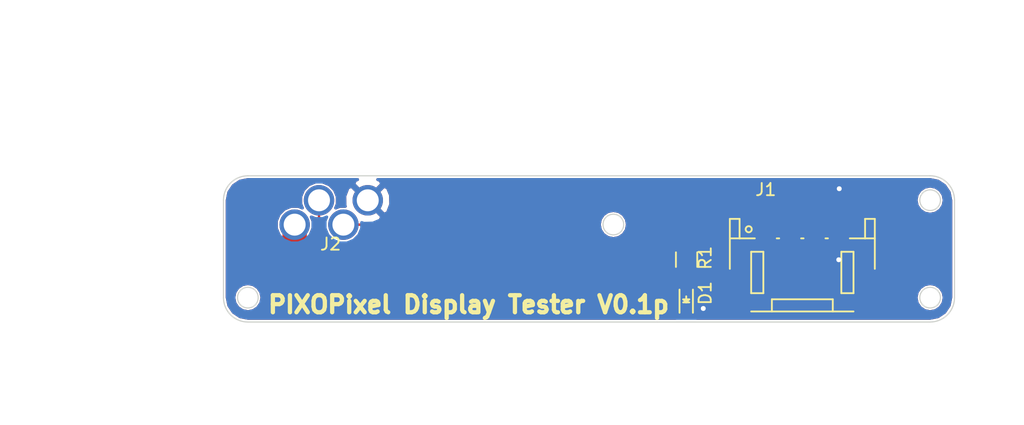
<source format=kicad_pcb>
(kicad_pcb (version 4) (host pcbnew 4.0.7)

  (general
    (links 7)
    (no_connects 0)
    (area 97.691258 82.75 181.960001 117.660001)
    (thickness 1.6)
    (drawings 23)
    (tracks 33)
    (zones 0)
    (modules 4)
    (nets 6)
  )

  (page A4)
  (layers
    (0 F.Cu signal)
    (31 B.Cu signal)
    (32 B.Adhes user)
    (33 F.Adhes user)
    (34 B.Paste user)
    (35 F.Paste user)
    (36 B.SilkS user)
    (37 F.SilkS user)
    (38 B.Mask user)
    (39 F.Mask user)
    (40 Dwgs.User user)
    (41 Cmts.User user)
    (42 Eco1.User user)
    (43 Eco2.User user)
    (44 Edge.Cuts user)
    (45 Margin user)
    (46 B.CrtYd user)
    (47 F.CrtYd user)
    (48 B.Fab user)
    (49 F.Fab user)
  )

  (setup
    (last_trace_width 0.25)
    (user_trace_width 0.2)
    (user_trace_width 0.3)
    (user_trace_width 0.4)
    (user_trace_width 0.5)
    (user_trace_width 0.6)
    (user_trace_width 0.8)
    (user_trace_width 1)
    (user_trace_width 2)
    (trace_clearance 0.13)
    (zone_clearance 0.13)
    (zone_45_only no)
    (trace_min 0.13)
    (segment_width 0.15)
    (edge_width 0.15)
    (via_size 0.6)
    (via_drill 0.4)
    (via_min_size 0.4)
    (via_min_drill 0.3)
    (user_via 0.6 0.3)
    (uvia_size 0.3)
    (uvia_drill 0.1)
    (uvias_allowed no)
    (uvia_min_size 0.2)
    (uvia_min_drill 0.1)
    (pcb_text_width 0.3)
    (pcb_text_size 1.5 1.5)
    (mod_edge_width 0.15)
    (mod_text_size 1 1)
    (mod_text_width 0.15)
    (pad_size 2.5 2.5)
    (pad_drill 1.8)
    (pad_to_mask_clearance 0.2)
    (aux_axis_origin 0 0)
    (visible_elements 7FFFFFFF)
    (pcbplotparams
      (layerselection 0x010f0_80000001)
      (usegerberextensions false)
      (excludeedgelayer true)
      (linewidth 0.100000)
      (plotframeref false)
      (viasonmask false)
      (mode 1)
      (useauxorigin false)
      (hpglpennumber 1)
      (hpglpenspeed 20)
      (hpglpendiameter 15)
      (hpglpenoverlay 2)
      (psnegative false)
      (psa4output false)
      (plotreference true)
      (plotvalue true)
      (plotinvisibletext false)
      (padsonsilk false)
      (subtractmaskfromsilk false)
      (outputformat 1)
      (mirror false)
      (drillshape 0)
      (scaleselection 1)
      (outputdirectory gerbs/))
  )

  (net 0 "")
  (net 1 "Net-(D1-Pad2)")
  (net 2 GND)
  (net 3 +5V)
  (net 4 CKS)
  (net 5 SDS)

  (net_class Default "This is the default net class."
    (clearance 0.13)
    (trace_width 0.25)
    (via_dia 0.6)
    (via_drill 0.4)
    (uvia_dia 0.3)
    (uvia_drill 0.1)
    (add_net +5V)
    (add_net CKS)
    (add_net GND)
    (add_net "Net-(D1-Pad2)")
    (add_net SDS)
  )

  (module LEDs:LED-0603 (layer F.Cu) (tedit 5AC3A212) (tstamp 5AC3A130)
    (at 154.23 107.32 90)
    (descr "LED 0603 smd package")
    (tags "LED led 0603 SMD smd SMT smt smdled SMDLED smtled SMTLED")
    (path /5AC3D0A8)
    (attr smd)
    (fp_text reference D1 (at 0.51 1.56 90) (layer F.SilkS)
      (effects (font (size 1 1) (thickness 0.15)))
    )
    (fp_text value LED (at 0 1.5 180) (layer F.Fab) hide
      (effects (font (size 1 1) (thickness 0.15)))
    )
    (fp_line (start -1.1 0.55) (end 0.8 0.55) (layer F.SilkS) (width 0.15))
    (fp_line (start -1.1 -0.55) (end 0.8 -0.55) (layer F.SilkS) (width 0.15))
    (fp_line (start -0.2 0) (end 0.25 0) (layer F.SilkS) (width 0.15))
    (fp_line (start -0.25 -0.25) (end -0.25 0.25) (layer F.SilkS) (width 0.15))
    (fp_line (start -0.25 0) (end 0 -0.25) (layer F.SilkS) (width 0.15))
    (fp_line (start 0 -0.25) (end 0 0.25) (layer F.SilkS) (width 0.15))
    (fp_line (start 0 0.25) (end -0.25 0) (layer F.SilkS) (width 0.15))
    (fp_line (start 1.4 -0.75) (end 1.4 0.75) (layer F.CrtYd) (width 0.05))
    (fp_line (start 1.4 0.75) (end -1.4 0.75) (layer F.CrtYd) (width 0.05))
    (fp_line (start -1.4 0.75) (end -1.4 -0.75) (layer F.CrtYd) (width 0.05))
    (fp_line (start -1.4 -0.75) (end 1.4 -0.75) (layer F.CrtYd) (width 0.05))
    (pad 2 smd rect (at 0.7493 0 270) (size 0.79756 0.79756) (layers F.Cu F.Paste F.Mask)
      (net 1 "Net-(D1-Pad2)"))
    (pad 1 smd rect (at -0.7493 0 270) (size 0.79756 0.79756) (layers F.Cu F.Paste F.Mask)
      (net 2 GND))
  )

  (module Connectors_JST_PH:Connectors_JST_S4B-PH-SM4-TB (layer F.Cu) (tedit 5AC3A438) (tstamp 5AC3A13A)
    (at 163.76 104.09)
    (descr "JST PH series connector, S4B-PH-SM4-TB")
    (tags "connector jst ph")
    (path /5AC3CE06)
    (attr smd)
    (fp_text reference J1 (at -3 -5.775) (layer F.SilkS)
      (effects (font (size 1 1) (thickness 0.15)))
    )
    (fp_text value Conn_01x04 (at 0 5.725) (layer F.Fab) hide
      (effects (font (size 1 1) (thickness 0.15)))
    )
    (fp_circle (center -4.4 -2.525) (end -4.15 -2.525) (layer F.SilkS) (width 0.15))
    (fp_line (start -2.5 4.225) (end -2.5 3.225) (layer F.SilkS) (width 0.15))
    (fp_line (start -2.5 3.225) (end 2.5 3.225) (layer F.SilkS) (width 0.15))
    (fp_line (start 2.5 3.225) (end 2.5 4.225) (layer F.SilkS) (width 0.15))
    (fp_line (start -3.9 -1.775) (end -5.15 -1.775) (layer F.SilkS) (width 0.15))
    (fp_line (start -5.15 -1.775) (end -5.15 -3.375) (layer F.SilkS) (width 0.15))
    (fp_line (start -5.15 -3.375) (end -5.95 -3.375) (layer F.SilkS) (width 0.15))
    (fp_line (start -5.95 -3.375) (end -5.95 0.725) (layer F.SilkS) (width 0.15))
    (fp_line (start -5.15 -1.775) (end -5.95 -1.775) (layer F.SilkS) (width 0.15))
    (fp_line (start 3.9 -1.775) (end 5.15 -1.775) (layer F.SilkS) (width 0.15))
    (fp_line (start 5.15 -1.775) (end 5.15 -3.375) (layer F.SilkS) (width 0.15))
    (fp_line (start 5.15 -3.375) (end 5.95 -3.375) (layer F.SilkS) (width 0.15))
    (fp_line (start 5.95 -3.375) (end 5.95 0.725) (layer F.SilkS) (width 0.15))
    (fp_line (start 5.15 -1.775) (end 5.95 -1.775) (layer F.SilkS) (width 0.15))
    (fp_line (start -4.2 4.225) (end 4.2 4.225) (layer F.SilkS) (width 0.15))
    (fp_line (start -4.2 -0.675) (end -4.2 2.725) (layer F.SilkS) (width 0.15))
    (fp_line (start -4.2 2.725) (end -3.2 2.725) (layer F.SilkS) (width 0.15))
    (fp_line (start -3.2 2.725) (end -3.2 -0.675) (layer F.SilkS) (width 0.15))
    (fp_line (start -3.2 -0.675) (end -4.2 -0.675) (layer F.SilkS) (width 0.15))
    (fp_line (start 4.2 -0.675) (end 4.2 2.725) (layer F.SilkS) (width 0.15))
    (fp_line (start 4.2 2.725) (end 3.2 2.725) (layer F.SilkS) (width 0.15))
    (fp_line (start 3.2 2.725) (end 3.2 -0.675) (layer F.SilkS) (width 0.15))
    (fp_line (start 3.2 -0.675) (end 4.2 -0.675) (layer F.SilkS) (width 0.15))
    (fp_line (start -2.1 -1.775) (end -1.9 -1.775) (layer F.SilkS) (width 0.15))
    (fp_line (start -0.1 -1.775) (end 0.1 -1.775) (layer F.SilkS) (width 0.15))
    (fp_line (start 1.9 -1.775) (end 2.1 -1.775) (layer F.SilkS) (width 0.15))
    (fp_line (start -6.7 5) (end -6.7 -5.05) (layer F.CrtYd) (width 0.05))
    (fp_line (start -6.7 -5.05) (end 6.7 -5.05) (layer F.CrtYd) (width 0.05))
    (fp_line (start 6.7 -5.05) (end 6.7 5) (layer F.CrtYd) (width 0.05))
    (fp_line (start 6.7 5) (end -6.7 5) (layer F.CrtYd) (width 0.05))
    (pad 1 smd rect (at -3 -2.775) (size 1 3.5) (layers F.Cu F.Paste F.Mask)
      (net 3 +5V))
    (pad 2 smd rect (at -1 -2.775) (size 1 3.5) (layers F.Cu F.Paste F.Mask)
      (net 4 CKS))
    (pad 3 smd rect (at 1 -2.775) (size 1 3.5) (layers F.Cu F.Paste F.Mask)
      (net 5 SDS))
    (pad 4 smd rect (at 3 -2.775) (size 1 3.5) (layers F.Cu F.Paste F.Mask)
      (net 2 GND))
    (pad "" smd rect (at -5.4 2.775) (size 1.6 3.4) (layers F.Cu F.Paste F.Mask))
    (pad "" smd rect (at 5.4 2.775) (size 1.6 3.4) (layers F.Cu F.Paste F.Mask))
  )

  (module Resistors_SMD:R_0805 (layer F.Cu) (tedit 5AC3A216) (tstamp 5AC3A148)
    (at 154.26 104.06 90)
    (descr "Resistor SMD 0805, reflow soldering, Vishay (see dcrcw.pdf)")
    (tags "resistor 0805")
    (path /5AC3D101)
    (attr smd)
    (fp_text reference R1 (at 0.14 1.53 90) (layer F.SilkS)
      (effects (font (size 1 1) (thickness 0.15)))
    )
    (fp_text value 1K (at 0 2.1 90) (layer F.Fab) hide
      (effects (font (size 1 1) (thickness 0.15)))
    )
    (fp_line (start -1.6 -1) (end 1.6 -1) (layer F.CrtYd) (width 0.05))
    (fp_line (start -1.6 1) (end 1.6 1) (layer F.CrtYd) (width 0.05))
    (fp_line (start -1.6 -1) (end -1.6 1) (layer F.CrtYd) (width 0.05))
    (fp_line (start 1.6 -1) (end 1.6 1) (layer F.CrtYd) (width 0.05))
    (fp_line (start 0.6 0.875) (end -0.6 0.875) (layer F.SilkS) (width 0.15))
    (fp_line (start -0.6 -0.875) (end 0.6 -0.875) (layer F.SilkS) (width 0.15))
    (pad 1 smd rect (at -0.95 0 90) (size 0.7 1.3) (layers F.Cu F.Paste F.Mask)
      (net 1 "Net-(D1-Pad2)"))
    (pad 2 smd rect (at 0.95 0 90) (size 0.7 1.3) (layers F.Cu F.Paste F.Mask)
      (net 3 +5V))
    (model Resistors_SMD.3dshapes/R_0805.wrl
      (at (xyz 0 0 0))
      (scale (xyz 1 1 1))
      (rotate (xyz 0 0 0))
    )
  )

  (module idlehands_footprints:pixo_testpins (layer F.Cu) (tedit 5AD957AE) (tstamp 5AC3A142)
    (at 125.09 100.19)
    (path /5AC3CFBB)
    (fp_text reference J2 (at -0.05 2.6) (layer F.SilkS)
      (effects (font (size 1 1) (thickness 0.15)))
    )
    (fp_text value push_pins (at -0.5 -4.55) (layer F.Fab)
      (effects (font (size 1 1) (thickness 0.15)))
    )
    (pad 1 thru_hole circle (at -3 1) (size 2.5 2.5) (drill 1.8) (layers *.Cu *.Mask)
      (net 3 +5V))
    (pad 2 thru_hole circle (at -1 -1) (size 2.5 2.5) (drill 1.8) (layers *.Cu *.Mask)
      (net 4 CKS))
    (pad 3 thru_hole circle (at 1 1) (size 2.5 2.5) (drill 1.8) (layers *.Cu *.Mask)
      (net 5 SDS))
    (pad 4 thru_hole circle (at 3 -1) (size 2.5 2.5) (drill 1.8) (layers *.Cu *.Mask)
      (net 2 GND))
  )

  (gr_text GND (at 128.25 103.41 90) (layer Dwgs.User)
    (effects (font (size 1 1) (thickness 0.25)))
  )
  (gr_text SDS (at 126.12 104.12 90) (layer Dwgs.User)
    (effects (font (size 1 1) (thickness 0.25)))
  )
  (gr_text CKS (at 124.13 103.47 90) (layer Dwgs.User)
    (effects (font (size 1 1) (thickness 0.25)))
  )
  (gr_text 5V (at 122.2 103.75 90) (layer Dwgs.User)
    (effects (font (size 1 1) (thickness 0.25)))
  )
  (dimension 11.724368 (width 0.3) (layer Cmts.User)
    (gr_text "11.724 mm" (at 104.191257 102.959317 88.43599869) (layer Cmts.User)
      (effects (font (size 1.5 1.5) (thickness 0.3)))
    )
    (feature1 (pts (xy 118.66 97.49) (xy 103.00176 97.062471)))
    (feature2 (pts (xy 118.34 109.21) (xy 102.68176 108.782471)))
    (crossbar (pts (xy 105.380754 108.856164) (xy 105.700754 97.136164)))
    (arrow1a (pts (xy 105.700754 97.136164) (xy 106.25621 98.278254)))
    (arrow1b (pts (xy 105.700754 97.136164) (xy 105.083805 98.246243)))
    (arrow2a (pts (xy 105.380754 108.856164) (xy 105.997703 107.746085)))
    (arrow2b (pts (xy 105.380754 108.856164) (xy 104.825298 107.714074)))
  )
  (dimension 59.840021 (width 0.3) (layer Cmts.User)
    (gr_text "59.840 mm" (at 146.189343 115.949055 359.9521259) (layer Cmts.User)
      (effects (font (size 1.5 1.5) (thickness 0.3)))
    )
    (feature1 (pts (xy 176.12 103.22) (xy 176.108215 117.324055)))
    (feature2 (pts (xy 116.28 103.17) (xy 116.268215 117.274055)))
    (crossbar (pts (xy 116.270471 114.574056) (xy 176.110471 114.624056)))
    (arrow1a (pts (xy 176.110471 114.624056) (xy 174.983478 115.209535)))
    (arrow1b (pts (xy 176.110471 114.624056) (xy 174.984458 114.036694)))
    (arrow2a (pts (xy 116.270471 114.574056) (xy 117.396484 115.161418)))
    (arrow2b (pts (xy 116.270471 114.574056) (xy 117.397464 113.988577)))
  )
  (gr_text "PIXOPixel Display Tester V0.1p" (at 136.37 107.75) (layer F.SilkS)
    (effects (font (size 1.4 1.4) (thickness 0.35)))
  )
  (gr_circle (center 174.25 99.18) (end 175.1 99.18) (layer Edge.Cuts) (width 0.1))
  (gr_circle (center 174.25 107.18) (end 175.1 107.18) (layer Edge.Cuts) (width 0.1))
  (gr_circle (center 148.25 101.18) (end 149.1 101.18) (layer Edge.Cuts) (width 0.1))
  (gr_circle (center 118.25 107.18) (end 119.1 107.18) (layer Edge.Cuts) (width 0.1))
  (gr_circle (center 122.100006 101.18) (end 123.040006 101.18) (layer Dwgs.User) (width 0.1))
  (gr_circle (center 124.100006 99.18) (end 125.039806 99.18) (layer Dwgs.User) (width 0.1))
  (gr_circle (center 128.100006 99.18) (end 129.040006 99.18) (layer Dwgs.User) (width 0.1))
  (gr_circle (center 126.100006 101.18) (end 127.039806 101.18) (layer Dwgs.User) (width 0.1))
  (gr_arc (start 174.25 99.18) (end 176.25 99.18) (angle -90.000003) (layer Edge.Cuts) (width 0.1))
  (gr_line (start 176.25 99.18) (end 176.25 107.18) (layer Edge.Cuts) (width 0.1))
  (gr_arc (start 174.25 107.18) (end 174.25 109.18) (angle -90.000003) (layer Edge.Cuts) (width 0.1))
  (gr_line (start 174.25 109.18) (end 118.25 109.18) (layer Edge.Cuts) (width 0.1))
  (gr_arc (start 118.25 107.18) (end 116.25 107.18) (angle -89.999992) (layer Edge.Cuts) (width 0.1))
  (gr_line (start 116.25 107.18) (end 116.25 99.18) (layer Edge.Cuts) (width 0.1))
  (gr_arc (start 118.25 99.18) (end 118.25 97.18) (angle -90.000002) (layer Edge.Cuts) (width 0.1))
  (gr_line (start 118.25 97.18) (end 174.25 97.18) (layer Edge.Cuts) (width 0.1))

  (segment (start 154.23 106.5707) (end 154.23 105.04) (width 0.4) (layer F.Cu) (net 1))
  (segment (start 154.23 105.04) (end 154.26 105.01) (width 0.4) (layer F.Cu) (net 1))
  (segment (start 154.23 108.0693) (end 155.6293 108.0693) (width 0.8) (layer F.Cu) (net 2))
  (segment (start 155.6293 108.0693) (end 155.63 108.07) (width 0.8) (layer F.Cu) (net 2))
  (via (at 155.63 108.07) (size 0.6) (drill 0.4) (layers F.Cu B.Cu) (net 2))
  (segment (start 166.75 104.07) (end 166.63 104.19) (width 0.8) (layer B.Cu) (net 2))
  (segment (start 166.63 104.19) (end 166.63 104.39) (width 0.8) (layer B.Cu) (net 2))
  (segment (start 166.76 101.315) (end 166.76 104.06) (width 0.8) (layer F.Cu) (net 2))
  (via (at 166.75 104.07) (size 0.6) (drill 0.4) (layers F.Cu B.Cu) (net 2))
  (segment (start 166.76 104.06) (end 166.75 104.07) (width 0.8) (layer F.Cu) (net 2))
  (segment (start 166.76 101.315) (end 166.76 98.27) (width 0.8) (layer F.Cu) (net 2))
  (segment (start 166.76 98.27) (end 166.79 98.24) (width 0.8) (layer F.Cu) (net 2))
  (via (at 166.79 98.24) (size 0.6) (drill 0.4) (layers F.Cu B.Cu) (net 2))
  (segment (start 154.26 103.11) (end 154.26 101.46) (width 0.4) (layer F.Cu) (net 3))
  (segment (start 154.26 101.46) (end 153.51 100.71) (width 0.4) (layer F.Cu) (net 3))
  (segment (start 153.51 100.71) (end 157.82 100.71) (width 2) (layer F.Cu) (net 3))
  (segment (start 149.21 105.01) (end 153.51 100.71) (width 2) (layer F.Cu) (net 3))
  (segment (start 148.96 105.01) (end 149.21 105.01) (width 2) (layer F.Cu) (net 3))
  (segment (start 124.142234 105.01) (end 148.96 105.01) (width 2) (layer F.Cu) (net 3))
  (segment (start 122.09 101.19) (end 122.09 102.957766) (width 2) (layer F.Cu) (net 3))
  (segment (start 122.09 102.957766) (end 124.142234 105.01) (width 2) (layer F.Cu) (net 3))
  (segment (start 147.35 98.66) (end 161.355 98.66) (width 0.2) (layer F.Cu) (net 4))
  (segment (start 161.355 98.66) (end 162.76 100.065) (width 0.2) (layer F.Cu) (net 4))
  (segment (start 162.76 100.065) (end 162.76 101.315) (width 0.2) (layer F.Cu) (net 4))
  (segment (start 142.72 103.29) (end 147.35 98.66) (width 0.2) (layer F.Cu) (net 4))
  (segment (start 125.999598 103.29) (end 142.72 103.29) (width 0.2) (layer F.Cu) (net 4))
  (segment (start 124.09 99.19) (end 124.09 101.380402) (width 0.2) (layer F.Cu) (net 4))
  (segment (start 124.09 101.380402) (end 125.999598 103.29) (width 0.2) (layer F.Cu) (net 4))
  (segment (start 146.98 98.16) (end 162.855 98.16) (width 0.2) (layer F.Cu) (net 5))
  (segment (start 162.855 98.16) (end 164.76 100.065) (width 0.2) (layer F.Cu) (net 5))
  (segment (start 164.76 100.065) (end 164.76 101.315) (width 0.2) (layer F.Cu) (net 5))
  (segment (start 143.95 101.19) (end 146.98 98.16) (width 0.2) (layer F.Cu) (net 5))
  (segment (start 126.09 101.19) (end 143.95 101.19) (width 0.2) (layer F.Cu) (net 5))

  (zone (net 2) (net_name GND) (layer F.Cu) (tstamp 0) (hatch edge 0.508)
    (connect_pads (clearance 0.13))
    (min_thickness 0.254)
    (fill yes (arc_segments 16) (thermal_gap 0.508) (thermal_bridge_width 0.508))
    (polygon
      (pts
        (xy 99.41 82.97) (xy 181.96 82.97) (xy 181.96 117.66) (xy 100.43 117.66) (xy 100.43 83.85)
        (xy 99.58 83)
      )
    )
    (filled_polygon
      (pts
        (xy 127.065533 97.563877) (xy 126.936285 97.85668) (xy 128.09 99.010395) (xy 129.243715 97.85668) (xy 129.114467 97.563877)
        (xy 128.913789 97.487) (xy 174.219763 97.487) (xy 174.895582 97.621429) (xy 175.442879 97.987121) (xy 175.808571 98.534418)
        (xy 175.943 99.210236) (xy 175.943 107.149764) (xy 175.808571 107.825582) (xy 175.442879 108.372879) (xy 174.895582 108.738571)
        (xy 174.219763 108.873) (xy 155.121885 108.873) (xy 155.167107 108.827778) (xy 155.26378 108.594389) (xy 155.26378 108.35505)
        (xy 155.10503 108.1963) (xy 154.357 108.1963) (xy 154.357 108.2163) (xy 154.103 108.2163) (xy 154.103 108.1963)
        (xy 153.35497 108.1963) (xy 153.19622 108.35505) (xy 153.19622 108.594389) (xy 153.292893 108.827778) (xy 153.338115 108.873)
        (xy 118.280236 108.873) (xy 117.604418 108.738571) (xy 117.057121 108.372879) (xy 116.691429 107.825582) (xy 116.563015 107.18)
        (xy 117.093 107.18) (xy 117.181071 107.622765) (xy 117.431877 107.998123) (xy 117.807235 108.248929) (xy 118.25 108.337)
        (xy 118.692765 108.248929) (xy 119.068123 107.998123) (xy 119.318929 107.622765) (xy 119.334554 107.544211) (xy 153.19622 107.544211)
        (xy 153.19622 107.78355) (xy 153.35497 107.9423) (xy 154.103 107.9423) (xy 154.103 107.9223) (xy 154.357 107.9223)
        (xy 154.357 107.9423) (xy 155.10503 107.9423) (xy 155.26378 107.78355) (xy 155.26378 107.544211) (xy 155.167107 107.310822)
        (xy 154.988479 107.132193) (xy 154.863906 107.080593) (xy 154.870169 107.071426) (xy 154.890814 106.96948) (xy 154.890814 106.17192)
        (xy 154.872894 106.076682) (xy 154.816608 105.989211) (xy 154.730726 105.930531) (xy 154.687 105.921676) (xy 154.687 105.622034)
        (xy 154.91 105.622034) (xy 155.005238 105.604114) (xy 155.092709 105.547828) (xy 155.151389 105.461946) (xy 155.172034 105.36)
        (xy 155.172034 105.165) (xy 157.297966 105.165) (xy 157.297966 108.565) (xy 157.315886 108.660238) (xy 157.372172 108.747709)
        (xy 157.458054 108.806389) (xy 157.56 108.827034) (xy 159.16 108.827034) (xy 159.255238 108.809114) (xy 159.342709 108.752828)
        (xy 159.401389 108.666946) (xy 159.422034 108.565) (xy 159.422034 105.165) (xy 168.097966 105.165) (xy 168.097966 108.565)
        (xy 168.115886 108.660238) (xy 168.172172 108.747709) (xy 168.258054 108.806389) (xy 168.36 108.827034) (xy 169.96 108.827034)
        (xy 170.055238 108.809114) (xy 170.142709 108.752828) (xy 170.201389 108.666946) (xy 170.222034 108.565) (xy 170.222034 107.18)
        (xy 173.093 107.18) (xy 173.181071 107.622765) (xy 173.431877 107.998123) (xy 173.807235 108.248929) (xy 174.25 108.337)
        (xy 174.692765 108.248929) (xy 175.068123 107.998123) (xy 175.318929 107.622765) (xy 175.407 107.18) (xy 175.318929 106.737235)
        (xy 175.068123 106.361877) (xy 174.692765 106.111071) (xy 174.25 106.023) (xy 173.807235 106.111071) (xy 173.431877 106.361877)
        (xy 173.181071 106.737235) (xy 173.093 107.18) (xy 170.222034 107.18) (xy 170.222034 105.165) (xy 170.204114 105.069762)
        (xy 170.147828 104.982291) (xy 170.061946 104.923611) (xy 169.96 104.902966) (xy 168.36 104.902966) (xy 168.264762 104.920886)
        (xy 168.177291 104.977172) (xy 168.118611 105.063054) (xy 168.097966 105.165) (xy 159.422034 105.165) (xy 159.404114 105.069762)
        (xy 159.347828 104.982291) (xy 159.261946 104.923611) (xy 159.16 104.902966) (xy 157.56 104.902966) (xy 157.464762 104.920886)
        (xy 157.377291 104.977172) (xy 157.318611 105.063054) (xy 157.297966 105.165) (xy 155.172034 105.165) (xy 155.172034 104.66)
        (xy 155.154114 104.564762) (xy 155.097828 104.477291) (xy 155.011946 104.418611) (xy 154.91 104.397966) (xy 153.61 104.397966)
        (xy 153.514762 104.415886) (xy 153.427291 104.472172) (xy 153.368611 104.558054) (xy 153.347966 104.66) (xy 153.347966 105.36)
        (xy 153.365886 105.455238) (xy 153.422172 105.542709) (xy 153.508054 105.601389) (xy 153.61 105.622034) (xy 153.773 105.622034)
        (xy 153.773 105.920841) (xy 153.735982 105.927806) (xy 153.648511 105.984092) (xy 153.589831 106.069974) (xy 153.569186 106.17192)
        (xy 153.569186 106.96948) (xy 153.587106 107.064718) (xy 153.597063 107.080192) (xy 153.471521 107.132193) (xy 153.292893 107.310822)
        (xy 153.19622 107.544211) (xy 119.334554 107.544211) (xy 119.407 107.18) (xy 119.318929 106.737235) (xy 119.068123 106.361877)
        (xy 118.692765 106.111071) (xy 118.25 106.023) (xy 117.807235 106.111071) (xy 117.431877 106.361877) (xy 117.181071 106.737235)
        (xy 117.093 107.18) (xy 116.563015 107.18) (xy 116.557 107.149763) (xy 116.557 101.488446) (xy 120.582739 101.488446)
        (xy 120.811683 102.042532) (xy 120.833 102.063886) (xy 120.833 102.957766) (xy 120.928683 103.438799) (xy 121.201167 103.846599)
        (xy 123.253401 105.898833) (xy 123.6612 106.171317) (xy 124.142234 106.267) (xy 149.21 106.267) (xy 149.691033 106.171317)
        (xy 150.098833 105.898833) (xy 153.803 102.194666) (xy 153.803 102.497966) (xy 153.61 102.497966) (xy 153.514762 102.515886)
        (xy 153.427291 102.572172) (xy 153.368611 102.658054) (xy 153.347966 102.76) (xy 153.347966 103.46) (xy 153.365886 103.555238)
        (xy 153.422172 103.642709) (xy 153.508054 103.701389) (xy 153.61 103.722034) (xy 154.91 103.722034) (xy 155.005238 103.704114)
        (xy 155.092709 103.647828) (xy 155.151389 103.561946) (xy 155.172034 103.46) (xy 155.172034 102.76) (xy 155.154114 102.664762)
        (xy 155.097828 102.577291) (xy 155.011946 102.518611) (xy 154.91 102.497966) (xy 154.717 102.497966) (xy 154.717 101.967)
        (xy 156.813548 101.967) (xy 158.058274 103.211726) (xy 158.140013 103.266752) (xy 158.24 103.287) (xy 160.111527 103.287)
        (xy 160.138729 103.303812) (xy 160.168729 103.313812) (xy 160.25 103.327) (xy 160.259832 103.327) (xy 160.26 103.327034)
        (xy 161.26 103.327034) (xy 161.355238 103.309114) (xy 161.442709 103.252828) (xy 161.501389 103.166946) (xy 161.522034 103.065)
        (xy 161.522034 99.565) (xy 161.504114 99.469762) (xy 161.447828 99.382291) (xy 161.361946 99.323611) (xy 161.26 99.302966)
        (xy 160.26 99.302966) (xy 160.259819 99.303) (xy 156.88 99.303) (xy 156.786591 99.320576) (xy 156.700801 99.37578)
        (xy 156.64804 99.453) (xy 153.51 99.453) (xy 153.108774 99.532808) (xy 153.028966 99.548683) (xy 152.621167 99.821167)
        (xy 148.689334 103.753) (xy 124.6629 103.753) (xy 123.347 102.4371) (xy 123.347 102.064555) (xy 123.366828 102.044762)
        (xy 123.596738 101.491076) (xy 123.597261 100.891554) (xy 123.460399 100.560323) (xy 123.733 100.673516) (xy 123.733 101.380402)
        (xy 123.760175 101.51702) (xy 123.837563 101.632839) (xy 125.747161 103.542437) (xy 125.86298 103.619825) (xy 125.999598 103.647)
        (xy 142.72 103.647) (xy 142.856618 103.619825) (xy 142.972437 103.542437) (xy 145.334874 101.18) (xy 147.093 101.18)
        (xy 147.181071 101.622765) (xy 147.431877 101.998123) (xy 147.807235 102.248929) (xy 148.25 102.337) (xy 148.692765 102.248929)
        (xy 149.068123 101.998123) (xy 149.318929 101.622765) (xy 149.407 101.18) (xy 149.318929 100.737235) (xy 149.068123 100.361877)
        (xy 148.692765 100.111071) (xy 148.25 100.023) (xy 147.807235 100.111071) (xy 147.431877 100.361877) (xy 147.181071 100.737235)
        (xy 147.093 101.18) (xy 145.334874 101.18) (xy 147.497874 99.017) (xy 161.207126 99.017) (xy 161.997966 99.80784)
        (xy 161.997966 103.065) (xy 162.015886 103.160238) (xy 162.072172 103.247709) (xy 162.158054 103.306389) (xy 162.26 103.327034)
        (xy 163.26 103.327034) (xy 163.355238 103.309114) (xy 163.442709 103.252828) (xy 163.501389 103.166946) (xy 163.522034 103.065)
        (xy 163.522034 99.565) (xy 163.504114 99.469762) (xy 163.447828 99.382291) (xy 163.361946 99.323611) (xy 163.26 99.302966)
        (xy 162.50284 99.302966) (xy 161.716874 98.517) (xy 162.707126 98.517) (xy 163.997966 99.80784) (xy 163.997966 103.065)
        (xy 164.015886 103.160238) (xy 164.072172 103.247709) (xy 164.158054 103.306389) (xy 164.26 103.327034) (xy 165.26 103.327034)
        (xy 165.355238 103.309114) (xy 165.442709 103.252828) (xy 165.501389 103.166946) (xy 165.522034 103.065) (xy 165.522034 101.60075)
        (xy 165.625 101.60075) (xy 165.625 103.19131) (xy 165.721673 103.424699) (xy 165.900302 103.603327) (xy 166.133691 103.7)
        (xy 166.47425 103.7) (xy 166.633 103.54125) (xy 166.633 101.442) (xy 166.887 101.442) (xy 166.887 103.54125)
        (xy 167.04575 103.7) (xy 167.386309 103.7) (xy 167.619698 103.603327) (xy 167.798327 103.424699) (xy 167.895 103.19131)
        (xy 167.895 101.60075) (xy 167.73625 101.442) (xy 166.887 101.442) (xy 166.633 101.442) (xy 165.78375 101.442)
        (xy 165.625 101.60075) (xy 165.522034 101.60075) (xy 165.522034 99.565) (xy 165.504114 99.469762) (xy 165.48412 99.43869)
        (xy 165.625 99.43869) (xy 165.625 101.02925) (xy 165.78375 101.188) (xy 166.633 101.188) (xy 166.633 99.08875)
        (xy 166.887 99.08875) (xy 166.887 101.188) (xy 167.73625 101.188) (xy 167.895 101.02925) (xy 167.895 99.43869)
        (xy 167.798327 99.205301) (xy 167.773026 99.18) (xy 173.093 99.18) (xy 173.181071 99.622765) (xy 173.431877 99.998123)
        (xy 173.807235 100.248929) (xy 174.25 100.337) (xy 174.692765 100.248929) (xy 175.068123 99.998123) (xy 175.318929 99.622765)
        (xy 175.407 99.18) (xy 175.318929 98.737235) (xy 175.068123 98.361877) (xy 174.692765 98.111071) (xy 174.25 98.023)
        (xy 173.807235 98.111071) (xy 173.431877 98.361877) (xy 173.181071 98.737235) (xy 173.093 99.18) (xy 167.773026 99.18)
        (xy 167.619698 99.026673) (xy 167.386309 98.93) (xy 167.04575 98.93) (xy 166.887 99.08875) (xy 166.633 99.08875)
        (xy 166.47425 98.93) (xy 166.133691 98.93) (xy 165.900302 99.026673) (xy 165.721673 99.205301) (xy 165.625 99.43869)
        (xy 165.48412 99.43869) (xy 165.447828 99.382291) (xy 165.361946 99.323611) (xy 165.26 99.302966) (xy 164.50284 99.302966)
        (xy 163.107437 97.907563) (xy 162.991618 97.830175) (xy 162.855 97.803) (xy 146.98 97.803) (xy 146.843382 97.830175)
        (xy 146.727563 97.907563) (xy 143.802126 100.833) (xy 129.073722 100.833) (xy 129.114467 100.816123) (xy 129.243715 100.52332)
        (xy 128.09 99.369605) (xy 128.075858 99.383748) (xy 127.896253 99.204143) (xy 127.910395 99.19) (xy 128.269605 99.19)
        (xy 129.42332 100.343715) (xy 129.716123 100.214467) (xy 129.984388 99.514194) (xy 129.96425 98.764565) (xy 129.716123 98.165533)
        (xy 129.42332 98.036285) (xy 128.269605 99.19) (xy 127.910395 99.19) (xy 126.75668 98.036285) (xy 126.463877 98.165533)
        (xy 126.195612 98.865806) (xy 126.21575 99.615435) (xy 126.243792 99.683134) (xy 125.791554 99.682739) (xy 125.460323 99.819601)
        (xy 125.596738 99.491076) (xy 125.597261 98.891554) (xy 125.368317 98.337468) (xy 124.944762 97.913172) (xy 124.391076 97.683262)
        (xy 123.791554 97.682739) (xy 123.237468 97.911683) (xy 122.813172 98.335238) (xy 122.583262 98.888924) (xy 122.582739 99.488446)
        (xy 122.719601 99.819677) (xy 122.391076 99.683262) (xy 121.791554 99.682739) (xy 121.237468 99.911683) (xy 120.813172 100.335238)
        (xy 120.583262 100.888924) (xy 120.582739 101.488446) (xy 116.557 101.488446) (xy 116.557 99.210237) (xy 116.691429 98.534418)
        (xy 117.057121 97.987121) (xy 117.604418 97.621429) (xy 118.280236 97.487) (xy 127.251131 97.487)
      )
    )
  )
  (zone (net 2) (net_name GND) (layer B.Cu) (tstamp 5AC3A268) (hatch edge 0.508)
    (connect_pads (clearance 0.13))
    (min_thickness 0.254)
    (fill yes (arc_segments 16) (thermal_gap 0.508) (thermal_bridge_width 0.508))
    (polygon
      (pts
        (xy 99.077634 82.75) (xy 181.627634 82.75) (xy 181.627634 117.44) (xy 100.097634 117.44) (xy 100.097634 83.63)
        (xy 99.247634 82.78)
      )
    )
    (filled_polygon
      (pts
        (xy 127.065533 97.563877) (xy 126.936285 97.85668) (xy 128.09 99.010395) (xy 129.243715 97.85668) (xy 129.114467 97.563877)
        (xy 128.913789 97.487) (xy 174.219763 97.487) (xy 174.895582 97.621429) (xy 175.442879 97.987121) (xy 175.808571 98.534418)
        (xy 175.943 99.210236) (xy 175.943 107.149764) (xy 175.808571 107.825582) (xy 175.442879 108.372879) (xy 174.895582 108.738571)
        (xy 174.219763 108.873) (xy 118.280236 108.873) (xy 117.604418 108.738571) (xy 117.057121 108.372879) (xy 116.691429 107.825582)
        (xy 116.563015 107.18) (xy 117.093 107.18) (xy 117.181071 107.622765) (xy 117.431877 107.998123) (xy 117.807235 108.248929)
        (xy 118.25 108.337) (xy 118.692765 108.248929) (xy 119.068123 107.998123) (xy 119.318929 107.622765) (xy 119.407 107.18)
        (xy 173.093 107.18) (xy 173.181071 107.622765) (xy 173.431877 107.998123) (xy 173.807235 108.248929) (xy 174.25 108.337)
        (xy 174.692765 108.248929) (xy 175.068123 107.998123) (xy 175.318929 107.622765) (xy 175.407 107.18) (xy 175.318929 106.737235)
        (xy 175.068123 106.361877) (xy 174.692765 106.111071) (xy 174.25 106.023) (xy 173.807235 106.111071) (xy 173.431877 106.361877)
        (xy 173.181071 106.737235) (xy 173.093 107.18) (xy 119.407 107.18) (xy 119.318929 106.737235) (xy 119.068123 106.361877)
        (xy 118.692765 106.111071) (xy 118.25 106.023) (xy 117.807235 106.111071) (xy 117.431877 106.361877) (xy 117.181071 106.737235)
        (xy 117.093 107.18) (xy 116.563015 107.18) (xy 116.557 107.149763) (xy 116.557 101.488446) (xy 120.582739 101.488446)
        (xy 120.811683 102.042532) (xy 121.235238 102.466828) (xy 121.788924 102.696738) (xy 122.388446 102.697261) (xy 122.942532 102.468317)
        (xy 123.366828 102.044762) (xy 123.596738 101.491076) (xy 123.597261 100.891554) (xy 123.460399 100.560323) (xy 123.788924 100.696738)
        (xy 124.388446 100.697261) (xy 124.719677 100.560399) (xy 124.583262 100.888924) (xy 124.582739 101.488446) (xy 124.811683 102.042532)
        (xy 125.235238 102.466828) (xy 125.788924 102.696738) (xy 126.388446 102.697261) (xy 126.942532 102.468317) (xy 127.366828 102.044762)
        (xy 127.596738 101.491076) (xy 127.597009 101.18) (xy 147.093 101.18) (xy 147.181071 101.622765) (xy 147.431877 101.998123)
        (xy 147.807235 102.248929) (xy 148.25 102.337) (xy 148.692765 102.248929) (xy 149.068123 101.998123) (xy 149.318929 101.622765)
        (xy 149.407 101.18) (xy 149.318929 100.737235) (xy 149.068123 100.361877) (xy 148.692765 100.111071) (xy 148.25 100.023)
        (xy 147.807235 100.111071) (xy 147.431877 100.361877) (xy 147.181071 100.737235) (xy 147.093 101.18) (xy 127.597009 101.18)
        (xy 127.597149 101.019778) (xy 127.765806 101.084388) (xy 128.515435 101.06425) (xy 129.114467 100.816123) (xy 129.243715 100.52332)
        (xy 128.09 99.369605) (xy 128.075858 99.383748) (xy 127.896253 99.204143) (xy 127.910395 99.19) (xy 128.269605 99.19)
        (xy 129.42332 100.343715) (xy 129.716123 100.214467) (xy 129.984388 99.514194) (xy 129.975411 99.18) (xy 173.093 99.18)
        (xy 173.181071 99.622765) (xy 173.431877 99.998123) (xy 173.807235 100.248929) (xy 174.25 100.337) (xy 174.692765 100.248929)
        (xy 175.068123 99.998123) (xy 175.318929 99.622765) (xy 175.407 99.18) (xy 175.318929 98.737235) (xy 175.068123 98.361877)
        (xy 174.692765 98.111071) (xy 174.25 98.023) (xy 173.807235 98.111071) (xy 173.431877 98.361877) (xy 173.181071 98.737235)
        (xy 173.093 99.18) (xy 129.975411 99.18) (xy 129.96425 98.764565) (xy 129.716123 98.165533) (xy 129.42332 98.036285)
        (xy 128.269605 99.19) (xy 127.910395 99.19) (xy 126.75668 98.036285) (xy 126.463877 98.165533) (xy 126.195612 98.865806)
        (xy 126.21575 99.615435) (xy 126.243792 99.683134) (xy 125.791554 99.682739) (xy 125.460323 99.819601) (xy 125.596738 99.491076)
        (xy 125.597261 98.891554) (xy 125.368317 98.337468) (xy 124.944762 97.913172) (xy 124.391076 97.683262) (xy 123.791554 97.682739)
        (xy 123.237468 97.911683) (xy 122.813172 98.335238) (xy 122.583262 98.888924) (xy 122.582739 99.488446) (xy 122.719601 99.819677)
        (xy 122.391076 99.683262) (xy 121.791554 99.682739) (xy 121.237468 99.911683) (xy 120.813172 100.335238) (xy 120.583262 100.888924)
        (xy 120.582739 101.488446) (xy 116.557 101.488446) (xy 116.557 99.210237) (xy 116.691429 98.534418) (xy 117.057121 97.987121)
        (xy 117.604418 97.621429) (xy 118.280236 97.487) (xy 127.251131 97.487)
      )
    )
  )
  (zone (net 3) (net_name +5V) (layer F.Cu) (tstamp 0) (hatch edge 0.508)
    (priority 1)
    (connect_pads yes (clearance 0.13))
    (min_thickness 0.254)
    (fill yes (arc_segments 16) (thermal_gap 0.508) (thermal_bridge_width 0.508))
    (polygon
      (pts
        (xy 160.25 103.07) (xy 161.26 103.07) (xy 161.26 99.56) (xy 160.26 99.56) (xy 156.88 99.56)
        (xy 156.88 101.67) (xy 158.24 103.03) (xy 160.19 103.03) (xy 160.22 103.06)
      )
    )
    (filled_polygon
      (pts
        (xy 161.133 102.943) (xy 160.282606 102.943) (xy 160.279803 102.940197) (xy 160.237789 102.912334) (xy 160.19 102.903)
        (xy 158.292606 102.903) (xy 157.007 101.617394) (xy 157.007 99.687) (xy 161.133 99.687)
      )
    )
  )
)

</source>
